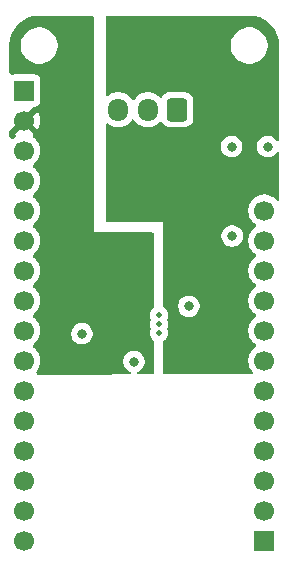
<source format=gbr>
%TF.GenerationSoftware,KiCad,Pcbnew,9.0.1+1*%
%TF.CreationDate,2025-05-19T20:13:15-04:00*%
%TF.ProjectId,lg_hvac_esp32,6c675f68-7661-4635-9f65-737033322e6b,rev?*%
%TF.SameCoordinates,Original*%
%TF.FileFunction,Copper,L3,Inr*%
%TF.FilePolarity,Positive*%
%FSLAX46Y46*%
G04 Gerber Fmt 4.6, Leading zero omitted, Abs format (unit mm)*
G04 Created by KiCad (PCBNEW 9.0.1+1) date 2025-05-19 20:13:15*
%MOMM*%
%LPD*%
G01*
G04 APERTURE LIST*
G04 Aperture macros list*
%AMRoundRect*
0 Rectangle with rounded corners*
0 $1 Rounding radius*
0 $2 $3 $4 $5 $6 $7 $8 $9 X,Y pos of 4 corners*
0 Add a 4 corners polygon primitive as box body*
4,1,4,$2,$3,$4,$5,$6,$7,$8,$9,$2,$3,0*
0 Add four circle primitives for the rounded corners*
1,1,$1+$1,$2,$3*
1,1,$1+$1,$4,$5*
1,1,$1+$1,$6,$7*
1,1,$1+$1,$8,$9*
0 Add four rect primitives between the rounded corners*
20,1,$1+$1,$2,$3,$4,$5,0*
20,1,$1+$1,$4,$5,$6,$7,0*
20,1,$1+$1,$6,$7,$8,$9,0*
20,1,$1+$1,$8,$9,$2,$3,0*%
G04 Aperture macros list end*
%TA.AperFunction,ComponentPad*%
%ADD10R,1.700000X1.700000*%
%TD*%
%TA.AperFunction,ComponentPad*%
%ADD11C,1.700000*%
%TD*%
%TA.AperFunction,ComponentPad*%
%ADD12RoundRect,0.250000X0.600000X0.725000X-0.600000X0.725000X-0.600000X-0.725000X0.600000X-0.725000X0*%
%TD*%
%TA.AperFunction,ComponentPad*%
%ADD13O,1.700000X1.950000*%
%TD*%
%TA.AperFunction,HeatsinkPad*%
%ADD14C,0.500000*%
%TD*%
%TA.AperFunction,ViaPad*%
%ADD15C,0.600000*%
%TD*%
%TA.AperFunction,ViaPad*%
%ADD16C,0.800000*%
%TD*%
%TA.AperFunction,Conductor*%
%ADD17C,0.400000*%
%TD*%
G04 APERTURE END LIST*
D10*
%TO.N,N/C*%
%TO.C,J3*%
X113110000Y-69580000D03*
D11*
X113110000Y-67040000D03*
X113110000Y-64500000D03*
X113110000Y-61960000D03*
X113110000Y-59420000D03*
X113110000Y-56880000D03*
X113110000Y-54340000D03*
X113110000Y-51800000D03*
X113110000Y-49260000D03*
X113110000Y-46720000D03*
X113110000Y-44180000D03*
X113110000Y-41640000D03*
%TD*%
D10*
%TO.N,N/C*%
%TO.C,J2*%
X92790000Y-31480000D03*
D11*
%TO.N,+3V3*%
X92790000Y-34020000D03*
%TO.N,N/C*%
X92790000Y-36560000D03*
%TO.N,GND*%
X92790000Y-39100000D03*
%TO.N,RXD*%
X92790000Y-41640000D03*
%TO.N,TXD*%
X92790000Y-44180000D03*
%TO.N,N/C*%
X92790000Y-46720000D03*
X92790000Y-49260000D03*
X92790000Y-51800000D03*
X92790000Y-54340000D03*
X92790000Y-56880000D03*
X92790000Y-59420000D03*
X92790000Y-61960000D03*
X92790000Y-64500000D03*
X92790000Y-67040000D03*
X92790000Y-69580000D03*
%TD*%
D12*
%TO.N,LINBUS*%
%TO.C,J1*%
X105750000Y-33100000D03*
D13*
%TO.N,GND*%
X103250000Y-33100000D03*
%TO.N,Net-(D1-A)*%
X100750000Y-33100000D03*
%TD*%
D14*
%TO.N,GND*%
%TO.C,U1*%
X104200000Y-50500000D03*
X104200000Y-51250000D03*
X104200000Y-52000000D03*
%TD*%
D15*
%TO.N,+12V*%
X106800000Y-51600000D03*
D16*
X102750000Y-41150000D03*
X102750000Y-40250000D03*
X113500000Y-33300000D03*
X110200000Y-33300000D03*
X108750000Y-45500000D03*
D15*
X106800000Y-53100000D03*
D16*
X110500000Y-54250000D03*
%TO.N,GND*%
X97676000Y-52074000D03*
X110400000Y-43800000D03*
X102078000Y-54428000D03*
X106725000Y-49750000D03*
X113398000Y-36224000D03*
X110350000Y-36224000D03*
D15*
%TO.N,+3V3*%
X101700000Y-49600000D03*
D16*
X95650000Y-54450000D03*
X97413500Y-45500000D03*
%TD*%
D17*
%TO.N,+3V3*%
X94020000Y-35250000D02*
X94450000Y-35250000D01*
X92790000Y-34020000D02*
X94020000Y-35250000D01*
%TD*%
%TA.AperFunction,Conductor*%
%TO.N,+12V*%
G36*
X112108880Y-42560090D02*
G01*
X112224996Y-42676206D01*
X112397991Y-42801894D01*
X112401873Y-42804273D01*
X112448748Y-42856086D01*
X112460169Y-42925016D01*
X112432512Y-42989178D01*
X112401873Y-43015727D01*
X112397991Y-43018105D01*
X112224993Y-43143796D01*
X112073796Y-43294993D01*
X111948106Y-43467990D01*
X111851027Y-43658516D01*
X111851026Y-43658519D01*
X111784951Y-43861882D01*
X111751500Y-44073084D01*
X111751500Y-44286915D01*
X111784951Y-44498117D01*
X111851026Y-44701480D01*
X111851027Y-44701483D01*
X111948106Y-44892009D01*
X112073794Y-45065004D01*
X112224996Y-45216206D01*
X112397991Y-45341894D01*
X112401873Y-45344273D01*
X112448748Y-45396086D01*
X112460169Y-45465016D01*
X112432512Y-45529178D01*
X112401873Y-45555727D01*
X112397991Y-45558105D01*
X112224993Y-45683796D01*
X112073796Y-45834993D01*
X111948106Y-46007990D01*
X111851027Y-46198516D01*
X111851026Y-46198519D01*
X111784951Y-46401882D01*
X111751500Y-46613084D01*
X111751500Y-46826915D01*
X111784951Y-47038117D01*
X111851026Y-47241480D01*
X111851027Y-47241483D01*
X111948106Y-47432009D01*
X112073794Y-47605004D01*
X112224996Y-47756206D01*
X112397991Y-47881894D01*
X112401873Y-47884273D01*
X112448748Y-47936086D01*
X112460169Y-48005016D01*
X112432512Y-48069178D01*
X112401873Y-48095727D01*
X112397991Y-48098105D01*
X112224993Y-48223796D01*
X112073796Y-48374993D01*
X111948106Y-48547990D01*
X111851027Y-48738516D01*
X111851026Y-48738519D01*
X111784951Y-48941882D01*
X111751500Y-49153084D01*
X111751500Y-49366915D01*
X111784951Y-49578117D01*
X111851026Y-49781480D01*
X111851027Y-49781483D01*
X111916936Y-49910835D01*
X111948106Y-49972009D01*
X112073794Y-50145004D01*
X112224996Y-50296206D01*
X112397991Y-50421894D01*
X112401873Y-50424273D01*
X112448748Y-50476086D01*
X112460169Y-50545016D01*
X112432512Y-50609178D01*
X112401873Y-50635727D01*
X112397991Y-50638105D01*
X112224993Y-50763796D01*
X112073796Y-50914993D01*
X111948106Y-51087990D01*
X111851027Y-51278516D01*
X111851026Y-51278519D01*
X111784951Y-51481882D01*
X111751500Y-51693084D01*
X111751500Y-51906915D01*
X111784951Y-52118117D01*
X111851026Y-52321480D01*
X111851027Y-52321483D01*
X111948106Y-52512009D01*
X112073794Y-52685004D01*
X112224996Y-52836206D01*
X112397991Y-52961894D01*
X112401873Y-52964273D01*
X112448748Y-53016086D01*
X112460169Y-53085016D01*
X112432512Y-53149178D01*
X112401873Y-53175727D01*
X112397991Y-53178105D01*
X112224993Y-53303796D01*
X112073796Y-53454993D01*
X111948106Y-53627990D01*
X111851027Y-53818516D01*
X111851026Y-53818519D01*
X111784951Y-54021882D01*
X111751500Y-54233084D01*
X111751500Y-54446915D01*
X111784951Y-54658117D01*
X111851026Y-54861480D01*
X111851027Y-54861483D01*
X111948106Y-55052009D01*
X112073794Y-55225004D01*
X112073796Y-55225006D01*
X112137109Y-55288319D01*
X112170594Y-55349642D01*
X112165610Y-55419334D01*
X112123738Y-55475267D01*
X112058274Y-55499684D01*
X112049428Y-55500000D01*
X104624000Y-55500000D01*
X104556961Y-55480315D01*
X104511206Y-55427511D01*
X104500000Y-55376000D01*
X104500000Y-52778065D01*
X104519685Y-52711026D01*
X104555110Y-52674962D01*
X104559280Y-52672175D01*
X104559284Y-52672174D01*
X104683516Y-52589165D01*
X104789165Y-52483516D01*
X104872174Y-52359284D01*
X104929351Y-52221246D01*
X104958500Y-52074706D01*
X104958500Y-51925294D01*
X104958500Y-51925291D01*
X104929352Y-51778759D01*
X104929351Y-51778758D01*
X104929351Y-51778754D01*
X104885318Y-51672450D01*
X104877850Y-51602984D01*
X104885316Y-51577554D01*
X104929351Y-51471246D01*
X104958500Y-51324706D01*
X104958500Y-51175294D01*
X104958500Y-51175291D01*
X104929352Y-51028759D01*
X104929351Y-51028758D01*
X104929351Y-51028754D01*
X104885318Y-50922450D01*
X104877850Y-50852984D01*
X104885316Y-50827554D01*
X104929351Y-50721246D01*
X104945889Y-50638105D01*
X104958500Y-50574708D01*
X104958500Y-50425291D01*
X104929352Y-50278759D01*
X104929351Y-50278758D01*
X104929351Y-50278754D01*
X104929349Y-50278749D01*
X104872177Y-50140722D01*
X104872170Y-50140709D01*
X104789165Y-50016484D01*
X104789162Y-50016480D01*
X104683516Y-49910834D01*
X104555109Y-49825036D01*
X104550018Y-49818944D01*
X104542797Y-49815647D01*
X104527933Y-49792519D01*
X104510304Y-49771424D01*
X104508352Y-49762049D01*
X104505023Y-49756869D01*
X104500000Y-49721934D01*
X104500000Y-49660516D01*
X105816500Y-49660516D01*
X105816500Y-49839483D01*
X105851411Y-50014992D01*
X105851413Y-50015000D01*
X105919896Y-50180332D01*
X105919901Y-50180342D01*
X106019321Y-50329134D01*
X106019324Y-50329138D01*
X106145861Y-50455675D01*
X106145865Y-50455678D01*
X106294657Y-50555098D01*
X106294661Y-50555100D01*
X106294664Y-50555102D01*
X106460000Y-50623587D01*
X106635516Y-50658499D01*
X106635520Y-50658500D01*
X106635521Y-50658500D01*
X106814480Y-50658500D01*
X106814481Y-50658499D01*
X106990000Y-50623587D01*
X107155336Y-50555102D01*
X107304135Y-50455678D01*
X107430678Y-50329135D01*
X107530102Y-50180336D01*
X107598587Y-50015000D01*
X107633500Y-49839479D01*
X107633500Y-49660521D01*
X107598587Y-49485000D01*
X107530102Y-49319664D01*
X107530100Y-49319661D01*
X107530098Y-49319657D01*
X107430678Y-49170865D01*
X107430675Y-49170861D01*
X107304138Y-49044324D01*
X107304134Y-49044321D01*
X107155342Y-48944901D01*
X107155332Y-48944896D01*
X106990000Y-48876413D01*
X106989992Y-48876411D01*
X106814483Y-48841500D01*
X106814479Y-48841500D01*
X106635521Y-48841500D01*
X106635516Y-48841500D01*
X106460007Y-48876411D01*
X106459999Y-48876413D01*
X106294667Y-48944896D01*
X106294657Y-48944901D01*
X106145865Y-49044321D01*
X106145861Y-49044324D01*
X106019324Y-49170861D01*
X106019321Y-49170865D01*
X105919901Y-49319657D01*
X105919896Y-49319667D01*
X105851413Y-49484999D01*
X105851411Y-49485007D01*
X105816500Y-49660516D01*
X104500000Y-49660516D01*
X104500000Y-43710516D01*
X109491500Y-43710516D01*
X109491500Y-43889483D01*
X109526411Y-44064992D01*
X109526413Y-44065000D01*
X109594896Y-44230332D01*
X109594901Y-44230342D01*
X109694321Y-44379134D01*
X109694324Y-44379138D01*
X109820861Y-44505675D01*
X109820865Y-44505678D01*
X109969657Y-44605098D01*
X109969661Y-44605100D01*
X109969664Y-44605102D01*
X110135000Y-44673587D01*
X110275229Y-44701480D01*
X110310516Y-44708499D01*
X110310520Y-44708500D01*
X110310521Y-44708500D01*
X110489480Y-44708500D01*
X110489481Y-44708499D01*
X110665000Y-44673587D01*
X110830336Y-44605102D01*
X110979135Y-44505678D01*
X111105678Y-44379135D01*
X111205102Y-44230336D01*
X111273587Y-44065000D01*
X111308500Y-43889479D01*
X111308500Y-43710521D01*
X111273587Y-43535000D01*
X111205102Y-43369664D01*
X111205100Y-43369661D01*
X111205098Y-43369657D01*
X111105678Y-43220865D01*
X111105675Y-43220861D01*
X110979138Y-43094324D01*
X110979134Y-43094321D01*
X110830342Y-42994901D01*
X110830332Y-42994896D01*
X110665000Y-42926413D01*
X110664992Y-42926411D01*
X110489483Y-42891500D01*
X110489479Y-42891500D01*
X110310521Y-42891500D01*
X110310516Y-42891500D01*
X110135007Y-42926411D01*
X110134999Y-42926413D01*
X109969667Y-42994896D01*
X109969657Y-42994901D01*
X109820865Y-43094321D01*
X109820861Y-43094324D01*
X109694324Y-43220861D01*
X109694321Y-43220865D01*
X109594901Y-43369657D01*
X109594896Y-43369667D01*
X109526413Y-43534999D01*
X109526411Y-43535007D01*
X109491500Y-43710516D01*
X104500000Y-43710516D01*
X104500000Y-42600000D01*
X104500000Y-42482051D01*
X112108880Y-42560090D01*
G37*
%TD.AperFunction*%
%TD*%
%TA.AperFunction,Conductor*%
%TO.N,+12V*%
G36*
X111843471Y-25130695D02*
G01*
X111860477Y-25131650D01*
X112093772Y-25144751D01*
X112101700Y-25145454D01*
X112157220Y-25152195D01*
X112163006Y-25153038D01*
X112381284Y-25190125D01*
X112390124Y-25191963D01*
X112438416Y-25203866D01*
X112442958Y-25205079D01*
X112662542Y-25268340D01*
X112672149Y-25271540D01*
X112692692Y-25279331D01*
X112706555Y-25284589D01*
X112710021Y-25285963D01*
X112933563Y-25378558D01*
X112943723Y-25383317D01*
X112952957Y-25388163D01*
X112955280Y-25389414D01*
X113052221Y-25442991D01*
X113184999Y-25516375D01*
X113196773Y-25523773D01*
X113417671Y-25680508D01*
X113428543Y-25689178D01*
X113630505Y-25869661D01*
X113640338Y-25879494D01*
X113820821Y-26081456D01*
X113829491Y-26092328D01*
X113986226Y-26313226D01*
X113993624Y-26325000D01*
X114120565Y-26554682D01*
X114121835Y-26557041D01*
X114126681Y-26566275D01*
X114131444Y-26576444D01*
X114224029Y-26799963D01*
X114225409Y-26803443D01*
X114238454Y-26837838D01*
X114241667Y-26847484D01*
X114304905Y-27066991D01*
X114306148Y-27071642D01*
X114318027Y-27119836D01*
X114319878Y-27128742D01*
X114356958Y-27346983D01*
X114357806Y-27352805D01*
X114364540Y-27408260D01*
X114365249Y-27416255D01*
X114379305Y-27666527D01*
X114379500Y-27673480D01*
X114379500Y-35648888D01*
X114359815Y-35715927D01*
X114307011Y-35761682D01*
X114237853Y-35771626D01*
X114174297Y-35742601D01*
X114152398Y-35717779D01*
X114103678Y-35644865D01*
X114103675Y-35644861D01*
X113977138Y-35518324D01*
X113977134Y-35518321D01*
X113828342Y-35418901D01*
X113828332Y-35418896D01*
X113663000Y-35350413D01*
X113662992Y-35350411D01*
X113487483Y-35315500D01*
X113487479Y-35315500D01*
X113308521Y-35315500D01*
X113308516Y-35315500D01*
X113133007Y-35350411D01*
X113132999Y-35350413D01*
X112967667Y-35418896D01*
X112967657Y-35418901D01*
X112818865Y-35518321D01*
X112818861Y-35518324D01*
X112692324Y-35644861D01*
X112692321Y-35644865D01*
X112592901Y-35793657D01*
X112592896Y-35793667D01*
X112524413Y-35958999D01*
X112524411Y-35959007D01*
X112489500Y-36134516D01*
X112489500Y-36313483D01*
X112524411Y-36488992D01*
X112524413Y-36489000D01*
X112592896Y-36654332D01*
X112592901Y-36654342D01*
X112692321Y-36803134D01*
X112692324Y-36803138D01*
X112818861Y-36929675D01*
X112818865Y-36929678D01*
X112967657Y-37029098D01*
X112967661Y-37029100D01*
X112967664Y-37029102D01*
X113133000Y-37097587D01*
X113308516Y-37132499D01*
X113308520Y-37132500D01*
X113308521Y-37132500D01*
X113487480Y-37132500D01*
X113487481Y-37132499D01*
X113663000Y-37097587D01*
X113828336Y-37029102D01*
X113977135Y-36929678D01*
X114103678Y-36803135D01*
X114152397Y-36730220D01*
X114206009Y-36685415D01*
X114275334Y-36676708D01*
X114338362Y-36706862D01*
X114375082Y-36766305D01*
X114379500Y-36799111D01*
X114379500Y-40694465D01*
X114359815Y-40761504D01*
X114307011Y-40807259D01*
X114237853Y-40817203D01*
X114174297Y-40788178D01*
X114155183Y-40767351D01*
X114146210Y-40755002D01*
X114146206Y-40754996D01*
X113995004Y-40603794D01*
X113822009Y-40478106D01*
X113631483Y-40381027D01*
X113631480Y-40381026D01*
X113428117Y-40314951D01*
X113322516Y-40298225D01*
X113216916Y-40281500D01*
X113003084Y-40281500D01*
X112932684Y-40292650D01*
X112791882Y-40314951D01*
X112588519Y-40381026D01*
X112588516Y-40381027D01*
X112397990Y-40478106D01*
X112224993Y-40603796D01*
X112073796Y-40754993D01*
X111948106Y-40927990D01*
X111851027Y-41118516D01*
X111851026Y-41118519D01*
X111784951Y-41321882D01*
X111751500Y-41533084D01*
X111751500Y-41746915D01*
X111784951Y-41958117D01*
X111851026Y-42161480D01*
X111851027Y-42161483D01*
X111948106Y-42352009D01*
X112073794Y-42525004D01*
X112073796Y-42525006D01*
X112108880Y-42560090D01*
X104500000Y-42482051D01*
X104500000Y-42600000D01*
X99824000Y-42600000D01*
X99756961Y-42580315D01*
X99711206Y-42527511D01*
X99700000Y-42476000D01*
X99700000Y-36134516D01*
X109441500Y-36134516D01*
X109441500Y-36313483D01*
X109476411Y-36488992D01*
X109476413Y-36489000D01*
X109544896Y-36654332D01*
X109544901Y-36654342D01*
X109644321Y-36803134D01*
X109644324Y-36803138D01*
X109770861Y-36929675D01*
X109770865Y-36929678D01*
X109919657Y-37029098D01*
X109919661Y-37029100D01*
X109919664Y-37029102D01*
X110085000Y-37097587D01*
X110260516Y-37132499D01*
X110260520Y-37132500D01*
X110260521Y-37132500D01*
X110439480Y-37132500D01*
X110439481Y-37132499D01*
X110615000Y-37097587D01*
X110780336Y-37029102D01*
X110929135Y-36929678D01*
X111055678Y-36803135D01*
X111155102Y-36654336D01*
X111223587Y-36489000D01*
X111258500Y-36313479D01*
X111258500Y-36134521D01*
X111223587Y-35959000D01*
X111155102Y-35793664D01*
X111155100Y-35793661D01*
X111155098Y-35793657D01*
X111055678Y-35644865D01*
X111055675Y-35644861D01*
X110929138Y-35518324D01*
X110929134Y-35518321D01*
X110780342Y-35418901D01*
X110780332Y-35418896D01*
X110615000Y-35350413D01*
X110614992Y-35350411D01*
X110439483Y-35315500D01*
X110439479Y-35315500D01*
X110260521Y-35315500D01*
X110260516Y-35315500D01*
X110085007Y-35350411D01*
X110084999Y-35350413D01*
X109919667Y-35418896D01*
X109919657Y-35418901D01*
X109770865Y-35518321D01*
X109770861Y-35518324D01*
X109644324Y-35644861D01*
X109644321Y-35644865D01*
X109544901Y-35793657D01*
X109544896Y-35793667D01*
X109476413Y-35958999D01*
X109476411Y-35959007D01*
X109441500Y-36134516D01*
X99700000Y-36134516D01*
X99700000Y-34384692D01*
X99719685Y-34317653D01*
X99772489Y-34271898D01*
X99841647Y-34261954D01*
X99896881Y-34284372D01*
X100037991Y-34386894D01*
X100131438Y-34434507D01*
X100228516Y-34483972D01*
X100228519Y-34483973D01*
X100330200Y-34517010D01*
X100431884Y-34550049D01*
X100643084Y-34583500D01*
X100643085Y-34583500D01*
X100856915Y-34583500D01*
X100856916Y-34583500D01*
X101068116Y-34550049D01*
X101271483Y-34483972D01*
X101462009Y-34386894D01*
X101635004Y-34261206D01*
X101786206Y-34110004D01*
X101881076Y-33979427D01*
X101899682Y-33953818D01*
X101955012Y-33911152D01*
X102024625Y-33905173D01*
X102086420Y-33937779D01*
X102100318Y-33953818D01*
X102118924Y-33979427D01*
X102213794Y-34110004D01*
X102364996Y-34261206D01*
X102537991Y-34386894D01*
X102631438Y-34434507D01*
X102728516Y-34483972D01*
X102728519Y-34483973D01*
X102830200Y-34517010D01*
X102931884Y-34550049D01*
X103143084Y-34583500D01*
X103143085Y-34583500D01*
X103356915Y-34583500D01*
X103356916Y-34583500D01*
X103568116Y-34550049D01*
X103771483Y-34483972D01*
X103962009Y-34386894D01*
X104135004Y-34261206D01*
X104267106Y-34129103D01*
X104328425Y-34095621D01*
X104398117Y-34100605D01*
X104454051Y-34142476D01*
X104460322Y-34151690D01*
X104550967Y-34298648D01*
X104550970Y-34298652D01*
X104676348Y-34424030D01*
X104827262Y-34517115D01*
X104995574Y-34572887D01*
X105099455Y-34583500D01*
X106400544Y-34583499D01*
X106504426Y-34572887D01*
X106672738Y-34517115D01*
X106823652Y-34424030D01*
X106949030Y-34298652D01*
X107042115Y-34147738D01*
X107097887Y-33979426D01*
X107108500Y-33875545D01*
X107108499Y-32324456D01*
X107097887Y-32220574D01*
X107042115Y-32052262D01*
X106949030Y-31901348D01*
X106823652Y-31775970D01*
X106672738Y-31682885D01*
X106573348Y-31649951D01*
X106504427Y-31627113D01*
X106400545Y-31616500D01*
X105099462Y-31616500D01*
X105099446Y-31616501D01*
X104995572Y-31627113D01*
X104827264Y-31682884D01*
X104827259Y-31682886D01*
X104676346Y-31775971D01*
X104550970Y-31901347D01*
X104550967Y-31901351D01*
X104460322Y-32048309D01*
X104408374Y-32095034D01*
X104339412Y-32106255D01*
X104275330Y-32078412D01*
X104267103Y-32070893D01*
X104135006Y-31938796D01*
X104135004Y-31938794D01*
X103962009Y-31813106D01*
X103889126Y-31775970D01*
X103771483Y-31716027D01*
X103771480Y-31716026D01*
X103568117Y-31649951D01*
X103423923Y-31627113D01*
X103356916Y-31616500D01*
X103143084Y-31616500D01*
X103076077Y-31627113D01*
X102931882Y-31649951D01*
X102728519Y-31716026D01*
X102728516Y-31716027D01*
X102537990Y-31813106D01*
X102364993Y-31938796D01*
X102213796Y-32089993D01*
X102213796Y-32089994D01*
X102213794Y-32089996D01*
X102150365Y-32177297D01*
X102100318Y-32246182D01*
X102044988Y-32288847D01*
X101975374Y-32294826D01*
X101913579Y-32262220D01*
X101899682Y-32246182D01*
X101874930Y-32212115D01*
X101786206Y-32089996D01*
X101635004Y-31938794D01*
X101462009Y-31813106D01*
X101389126Y-31775970D01*
X101271483Y-31716027D01*
X101271480Y-31716026D01*
X101068117Y-31649951D01*
X100923923Y-31627113D01*
X100856916Y-31616500D01*
X100643084Y-31616500D01*
X100576077Y-31627113D01*
X100431882Y-31649951D01*
X100228519Y-31716026D01*
X100228516Y-31716027D01*
X100037987Y-31813108D01*
X99896885Y-31915625D01*
X99831079Y-31939105D01*
X99763025Y-31923280D01*
X99714330Y-31873174D01*
X99700000Y-31815307D01*
X99700000Y-27547973D01*
X110289500Y-27547973D01*
X110289500Y-27792026D01*
X110327678Y-28033072D01*
X110403097Y-28265187D01*
X110513896Y-28482642D01*
X110657339Y-28680076D01*
X110657343Y-28680081D01*
X110829918Y-28852656D01*
X110829923Y-28852660D01*
X111002136Y-28977779D01*
X111027361Y-28996106D01*
X111244815Y-29106904D01*
X111476924Y-29182321D01*
X111717973Y-29220500D01*
X111717974Y-29220500D01*
X111962026Y-29220500D01*
X111962027Y-29220500D01*
X112203076Y-29182321D01*
X112435185Y-29106904D01*
X112652639Y-28996106D01*
X112850083Y-28852655D01*
X113022655Y-28680083D01*
X113166106Y-28482639D01*
X113276904Y-28265185D01*
X113352321Y-28033076D01*
X113390500Y-27792027D01*
X113390500Y-27547973D01*
X113352321Y-27306924D01*
X113276904Y-27074815D01*
X113166106Y-26857361D01*
X113147140Y-26831256D01*
X113022660Y-26659923D01*
X113022656Y-26659918D01*
X112850081Y-26487343D01*
X112850076Y-26487339D01*
X112652642Y-26343896D01*
X112652641Y-26343895D01*
X112652639Y-26343894D01*
X112435185Y-26233096D01*
X112203076Y-26157679D01*
X112203074Y-26157678D01*
X112203072Y-26157678D01*
X112034769Y-26131021D01*
X111962027Y-26119500D01*
X111717973Y-26119500D01*
X111662093Y-26128350D01*
X111476927Y-26157678D01*
X111244812Y-26233097D01*
X111027357Y-26343896D01*
X110829923Y-26487339D01*
X110829918Y-26487343D01*
X110657343Y-26659918D01*
X110657339Y-26659923D01*
X110513896Y-26857357D01*
X110403097Y-27074812D01*
X110327678Y-27306927D01*
X110289500Y-27547973D01*
X99700000Y-27547973D01*
X99700000Y-25254500D01*
X99719685Y-25187461D01*
X99772489Y-25141706D01*
X99824000Y-25130500D01*
X111836519Y-25130500D01*
X111843471Y-25130695D01*
G37*
%TD.AperFunction*%
%TD*%
%TA.AperFunction,Conductor*%
%TO.N,+3V3*%
G36*
X103693039Y-43519685D02*
G01*
X103738794Y-43572489D01*
X103750000Y-43624000D01*
X103750000Y-49825956D01*
X103730315Y-49892995D01*
X103713681Y-49913637D01*
X103610837Y-50016480D01*
X103610834Y-50016484D01*
X103527829Y-50140709D01*
X103527822Y-50140722D01*
X103470650Y-50278749D01*
X103470647Y-50278759D01*
X103441500Y-50425291D01*
X103441500Y-50425294D01*
X103441500Y-50574706D01*
X103441500Y-50574708D01*
X103441499Y-50574708D01*
X103470647Y-50721240D01*
X103470650Y-50721250D01*
X103514680Y-50827548D01*
X103522149Y-50897017D01*
X103514680Y-50922452D01*
X103470650Y-51028749D01*
X103470647Y-51028759D01*
X103441500Y-51175291D01*
X103441500Y-51175294D01*
X103441500Y-51324706D01*
X103441500Y-51324708D01*
X103441499Y-51324708D01*
X103470647Y-51471240D01*
X103470650Y-51471250D01*
X103514680Y-51577548D01*
X103522149Y-51647017D01*
X103514680Y-51672452D01*
X103470650Y-51778749D01*
X103470647Y-51778759D01*
X103441500Y-51925291D01*
X103441500Y-51925294D01*
X103441500Y-52074706D01*
X103441500Y-52074708D01*
X103441499Y-52074708D01*
X103470647Y-52221240D01*
X103470650Y-52221250D01*
X103527822Y-52359277D01*
X103527829Y-52359290D01*
X103610833Y-52483514D01*
X103610834Y-52483515D01*
X103610835Y-52483516D01*
X103713682Y-52586363D01*
X103747166Y-52647684D01*
X103750000Y-52674043D01*
X103750000Y-55385253D01*
X103730315Y-55452292D01*
X103677511Y-55498047D01*
X103626612Y-55509251D01*
X102451643Y-55515053D01*
X102384507Y-55495700D01*
X102338492Y-55443123D01*
X102328207Y-55374014D01*
X102356918Y-55310316D01*
X102403579Y-55276494D01*
X102508329Y-55233105D01*
X102508329Y-55233104D01*
X102508336Y-55233102D01*
X102657135Y-55133678D01*
X102783678Y-55007135D01*
X102883102Y-54858336D01*
X102951587Y-54693000D01*
X102986500Y-54517479D01*
X102986500Y-54338521D01*
X102951587Y-54163000D01*
X102883102Y-53997664D01*
X102883100Y-53997661D01*
X102883098Y-53997657D01*
X102783678Y-53848865D01*
X102783675Y-53848861D01*
X102657138Y-53722324D01*
X102657134Y-53722321D01*
X102508342Y-53622901D01*
X102508332Y-53622896D01*
X102343000Y-53554413D01*
X102342992Y-53554411D01*
X102167483Y-53519500D01*
X102167479Y-53519500D01*
X101988521Y-53519500D01*
X101988516Y-53519500D01*
X101813007Y-53554411D01*
X101812999Y-53554413D01*
X101647667Y-53622896D01*
X101647657Y-53622901D01*
X101498865Y-53722321D01*
X101498861Y-53722324D01*
X101372324Y-53848861D01*
X101372321Y-53848865D01*
X101272901Y-53997657D01*
X101272896Y-53997667D01*
X101204413Y-54162999D01*
X101204411Y-54163007D01*
X101169500Y-54338516D01*
X101169500Y-54517483D01*
X101204411Y-54692992D01*
X101204413Y-54693000D01*
X101272896Y-54858332D01*
X101272901Y-54858342D01*
X101372321Y-55007134D01*
X101372324Y-55007138D01*
X101498861Y-55133675D01*
X101498865Y-55133678D01*
X101647657Y-55233098D01*
X101647661Y-55233100D01*
X101647664Y-55233102D01*
X101752421Y-55276494D01*
X101761211Y-55280135D01*
X101815614Y-55323976D01*
X101837679Y-55390270D01*
X101820400Y-55457970D01*
X101769262Y-55505580D01*
X101714370Y-55518694D01*
X98666633Y-55533744D01*
X98666625Y-55533744D01*
X98650000Y-55533827D01*
X98650000Y-43500000D01*
X98700000Y-43500000D01*
X103626000Y-43500000D01*
X103693039Y-43519685D01*
G37*
%TD.AperFunction*%
%TD*%
%TA.AperFunction,Conductor*%
%TO.N,+3V3*%
G36*
X98546288Y-25149454D02*
G01*
X98627070Y-25203430D01*
X98681046Y-25284212D01*
X98700000Y-25379500D01*
X98700000Y-43500000D01*
X98650000Y-43500000D01*
X98650000Y-55533826D01*
X98606823Y-55534040D01*
X98595601Y-55536329D01*
X94066168Y-55569879D01*
X93970742Y-55551631D01*
X93889563Y-55498255D01*
X93834990Y-55417875D01*
X93815331Y-55322730D01*
X93833579Y-55227304D01*
X93862876Y-55174530D01*
X93951894Y-55052009D01*
X94048972Y-54861483D01*
X94115049Y-54658116D01*
X94148500Y-54446916D01*
X94148500Y-54233084D01*
X94148499Y-54233081D01*
X94148499Y-54233074D01*
X94115051Y-54021894D01*
X94115050Y-54021892D01*
X94115049Y-54021884D01*
X94048972Y-53818517D01*
X93951894Y-53627991D01*
X93826206Y-53454996D01*
X93675004Y-53303794D01*
X93630478Y-53271444D01*
X93564531Y-53200103D01*
X93530904Y-53108953D01*
X93534718Y-53011873D01*
X93575392Y-52923642D01*
X93630478Y-52868555D01*
X93675004Y-52836206D01*
X93826206Y-52685004D01*
X93951894Y-52512009D01*
X94048972Y-52321483D01*
X94115049Y-52118116D01*
X94115051Y-52118105D01*
X94136209Y-51984522D01*
X96767500Y-51984522D01*
X96767500Y-52163477D01*
X96802413Y-52339001D01*
X96870895Y-52504331D01*
X96870898Y-52504336D01*
X96970322Y-52653135D01*
X97096865Y-52779678D01*
X97245664Y-52879102D01*
X97245666Y-52879102D01*
X97245668Y-52879104D01*
X97353192Y-52923642D01*
X97411000Y-52947587D01*
X97586521Y-52982500D01*
X97586523Y-52982500D01*
X97765477Y-52982500D01*
X97765479Y-52982500D01*
X97941000Y-52947587D01*
X98106336Y-52879102D01*
X98255135Y-52779678D01*
X98381678Y-52653135D01*
X98481102Y-52504336D01*
X98549587Y-52339000D01*
X98584500Y-52163479D01*
X98584500Y-51984521D01*
X98549587Y-51809000D01*
X98526758Y-51753888D01*
X98481104Y-51643668D01*
X98481101Y-51643663D01*
X98381680Y-51494868D01*
X98381678Y-51494865D01*
X98255135Y-51368322D01*
X98106336Y-51268898D01*
X98106331Y-51268895D01*
X97941001Y-51200413D01*
X97882493Y-51188775D01*
X97765479Y-51165500D01*
X97586521Y-51165500D01*
X97498760Y-51182956D01*
X97410998Y-51200413D01*
X97245668Y-51268895D01*
X97245663Y-51268898D01*
X97096868Y-51368319D01*
X96970319Y-51494868D01*
X96870898Y-51643663D01*
X96870895Y-51643668D01*
X96802413Y-51808998D01*
X96767500Y-51984522D01*
X94136209Y-51984522D01*
X94144316Y-51933336D01*
X94144316Y-51933335D01*
X94148498Y-51906927D01*
X94148500Y-51906913D01*
X94148500Y-51693086D01*
X94148499Y-51693074D01*
X94115051Y-51481894D01*
X94115050Y-51481892D01*
X94115049Y-51481884D01*
X94048972Y-51278517D01*
X93951894Y-51087991D01*
X93826206Y-50914996D01*
X93675004Y-50763794D01*
X93630478Y-50731444D01*
X93564531Y-50660103D01*
X93530904Y-50568953D01*
X93534718Y-50471873D01*
X93575392Y-50383642D01*
X93630478Y-50328555D01*
X93675004Y-50296206D01*
X93826206Y-50145004D01*
X93951894Y-49972009D01*
X94048972Y-49781483D01*
X94115049Y-49578116D01*
X94148500Y-49366916D01*
X94148500Y-49153084D01*
X94148499Y-49153081D01*
X94148499Y-49153074D01*
X94115051Y-48941894D01*
X94115050Y-48941892D01*
X94115049Y-48941884D01*
X94048972Y-48738517D01*
X93951894Y-48547991D01*
X93826206Y-48374996D01*
X93675004Y-48223794D01*
X93630478Y-48191444D01*
X93564531Y-48120103D01*
X93530904Y-48028953D01*
X93534718Y-47931873D01*
X93575392Y-47843642D01*
X93630478Y-47788555D01*
X93675004Y-47756206D01*
X93826206Y-47605004D01*
X93951894Y-47432009D01*
X94048972Y-47241483D01*
X94115049Y-47038116D01*
X94148500Y-46826916D01*
X94148500Y-46613084D01*
X94148499Y-46613081D01*
X94148499Y-46613074D01*
X94115051Y-46401894D01*
X94115050Y-46401892D01*
X94115049Y-46401884D01*
X94048972Y-46198517D01*
X93951894Y-46007991D01*
X93826206Y-45834996D01*
X93675004Y-45683794D01*
X93630478Y-45651444D01*
X93564531Y-45580103D01*
X93530904Y-45488953D01*
X93534718Y-45391873D01*
X93575392Y-45303642D01*
X93630478Y-45248555D01*
X93675004Y-45216206D01*
X93826206Y-45065004D01*
X93951894Y-44892009D01*
X94048972Y-44701483D01*
X94115049Y-44498116D01*
X94148500Y-44286916D01*
X94148500Y-44073084D01*
X94148499Y-44073081D01*
X94148499Y-44073074D01*
X94115051Y-43861894D01*
X94115050Y-43861892D01*
X94115049Y-43861884D01*
X94048972Y-43658517D01*
X93951894Y-43467991D01*
X93826206Y-43294996D01*
X93675004Y-43143794D01*
X93630478Y-43111444D01*
X93564531Y-43040103D01*
X93530904Y-42948953D01*
X93534718Y-42851873D01*
X93575392Y-42763642D01*
X93630478Y-42708555D01*
X93675004Y-42676206D01*
X93826206Y-42525004D01*
X93951894Y-42352009D01*
X94048972Y-42161483D01*
X94115049Y-41958116D01*
X94148500Y-41746916D01*
X94148500Y-41533084D01*
X94148499Y-41533081D01*
X94148499Y-41533074D01*
X94115051Y-41321894D01*
X94115050Y-41321892D01*
X94115049Y-41321884D01*
X94048972Y-41118517D01*
X93951894Y-40927991D01*
X93826206Y-40754996D01*
X93675004Y-40603794D01*
X93630478Y-40571444D01*
X93564531Y-40500103D01*
X93530904Y-40408953D01*
X93534718Y-40311873D01*
X93575392Y-40223642D01*
X93630478Y-40168555D01*
X93675004Y-40136206D01*
X93826206Y-39985004D01*
X93951894Y-39812009D01*
X94048972Y-39621483D01*
X94115049Y-39418116D01*
X94148500Y-39206916D01*
X94148500Y-38993084D01*
X94148499Y-38993081D01*
X94148499Y-38993074D01*
X94115051Y-38781894D01*
X94115050Y-38781892D01*
X94115049Y-38781884D01*
X94048972Y-38578517D01*
X93951894Y-38387991D01*
X93826206Y-38214996D01*
X93675004Y-38063794D01*
X93630478Y-38031444D01*
X93564531Y-37960103D01*
X93530904Y-37868953D01*
X93534718Y-37771873D01*
X93575392Y-37683642D01*
X93630478Y-37628555D01*
X93675004Y-37596206D01*
X93826206Y-37445004D01*
X93951894Y-37272009D01*
X94048972Y-37081483D01*
X94115049Y-36878116D01*
X94148500Y-36666916D01*
X94148500Y-36453084D01*
X94148499Y-36453081D01*
X94148499Y-36453074D01*
X94115051Y-36241894D01*
X94115050Y-36241892D01*
X94115049Y-36241884D01*
X94048972Y-36038517D01*
X93951894Y-35847991D01*
X93826206Y-35674996D01*
X93675004Y-35523794D01*
X93623244Y-35486188D01*
X93557297Y-35414846D01*
X93523670Y-35323696D01*
X93527484Y-35226616D01*
X93548036Y-35182034D01*
X93551716Y-35135270D01*
X92919408Y-34502962D01*
X92982993Y-34485925D01*
X93097007Y-34420099D01*
X93190099Y-34327007D01*
X93255925Y-34212993D01*
X93272962Y-34149408D01*
X93905270Y-34781716D01*
X93944624Y-34727551D01*
X94041091Y-34538224D01*
X94041095Y-34538215D01*
X94106758Y-34336123D01*
X94139999Y-34126256D01*
X94140000Y-34126244D01*
X94140000Y-33913755D01*
X94139999Y-33913743D01*
X94106758Y-33703876D01*
X94041095Y-33501784D01*
X94041091Y-33501774D01*
X93944624Y-33312448D01*
X93905149Y-33258115D01*
X93902624Y-33260927D01*
X93272962Y-33890589D01*
X93255925Y-33827007D01*
X93190099Y-33712993D01*
X93097007Y-33619901D01*
X92982993Y-33554075D01*
X92919408Y-33537037D01*
X93547317Y-32909129D01*
X93576838Y-32889403D01*
X93604087Y-32866638D01*
X93616919Y-32862622D01*
X93628099Y-32855152D01*
X93696803Y-32837622D01*
X93699975Y-32837281D01*
X93795473Y-32845841D01*
X93812237Y-32824577D01*
X93870912Y-32790046D01*
X93870573Y-32789425D01*
X93886201Y-32780890D01*
X93886200Y-32780890D01*
X93886204Y-32780889D01*
X94003261Y-32693261D01*
X94090889Y-32576204D01*
X94141989Y-32439201D01*
X94148500Y-32378638D01*
X94148500Y-30581362D01*
X94141989Y-30520799D01*
X94141988Y-30520796D01*
X94141988Y-30520794D01*
X94090889Y-30383796D01*
X94003263Y-30266742D01*
X94003261Y-30266739D01*
X93886204Y-30179111D01*
X93886203Y-30179110D01*
X93749203Y-30128011D01*
X93688642Y-30121500D01*
X93688638Y-30121500D01*
X91891362Y-30121500D01*
X91891357Y-30121500D01*
X91830797Y-30128011D01*
X91826752Y-30128967D01*
X91819501Y-30129225D01*
X91815312Y-30129676D01*
X91815279Y-30129376D01*
X91729659Y-30132430D01*
X91638631Y-30098474D01*
X91567527Y-30032267D01*
X91527171Y-29943890D01*
X91520500Y-29886638D01*
X91520500Y-27676981D01*
X91520892Y-27663020D01*
X91527353Y-27547973D01*
X91527354Y-27547963D01*
X92509500Y-27547963D01*
X92509500Y-27792036D01*
X92547678Y-28033073D01*
X92547679Y-28033076D01*
X92623096Y-28265185D01*
X92733894Y-28482639D01*
X92877345Y-28680083D01*
X93049917Y-28852655D01*
X93247361Y-28996106D01*
X93464815Y-29106904D01*
X93696924Y-29182321D01*
X93781703Y-29195748D01*
X93937963Y-29220499D01*
X93937970Y-29220499D01*
X93937973Y-29220500D01*
X93937976Y-29220500D01*
X94182024Y-29220500D01*
X94182027Y-29220500D01*
X94182030Y-29220499D01*
X94182036Y-29220499D01*
X94295906Y-29202462D01*
X94423076Y-29182321D01*
X94655185Y-29106904D01*
X94872639Y-28996106D01*
X95070083Y-28852655D01*
X95242655Y-28680083D01*
X95386106Y-28482639D01*
X95496904Y-28265185D01*
X95572321Y-28033076D01*
X95610500Y-27792027D01*
X95610500Y-27547973D01*
X95610499Y-27547970D01*
X95610499Y-27547963D01*
X95572321Y-27306926D01*
X95572321Y-27306924D01*
X95496904Y-27074815D01*
X95386106Y-26857361D01*
X95242655Y-26659917D01*
X95070083Y-26487345D01*
X94872639Y-26343894D01*
X94655185Y-26233096D01*
X94655182Y-26233095D01*
X94655180Y-26233094D01*
X94423073Y-26157678D01*
X94182036Y-26119500D01*
X94182027Y-26119500D01*
X93937973Y-26119500D01*
X93937963Y-26119500D01*
X93696926Y-26157678D01*
X93464819Y-26233094D01*
X93247359Y-26343895D01*
X93049919Y-26487343D01*
X92877343Y-26659919D01*
X92733895Y-26857359D01*
X92623094Y-27074819D01*
X92547678Y-27306926D01*
X92509500Y-27547963D01*
X91527354Y-27547963D01*
X91534523Y-27420288D01*
X91535942Y-27404277D01*
X91541839Y-27355712D01*
X91543533Y-27344080D01*
X91579360Y-27133217D01*
X91583057Y-27115434D01*
X91593295Y-27073899D01*
X91595742Y-27064742D01*
X91656920Y-26852387D01*
X91663360Y-26833051D01*
X91673917Y-26805214D01*
X91676687Y-26798231D01*
X91766397Y-26581653D01*
X91775939Y-26561278D01*
X91777590Y-26558134D01*
X91780008Y-26553644D01*
X91902991Y-26331122D01*
X91917823Y-26307518D01*
X92066455Y-26098040D01*
X92083848Y-26076230D01*
X92254999Y-25884711D01*
X92274711Y-25864999D01*
X92466230Y-25693848D01*
X92488040Y-25676455D01*
X92697518Y-25527823D01*
X92721122Y-25512991D01*
X92943644Y-25390008D01*
X92948134Y-25387590D01*
X92951278Y-25385939D01*
X92971653Y-25376397D01*
X93188259Y-25286675D01*
X93195216Y-25283917D01*
X93223051Y-25273360D01*
X93242387Y-25266920D01*
X93454742Y-25205742D01*
X93463899Y-25203295D01*
X93505434Y-25193057D01*
X93523217Y-25189360D01*
X93734080Y-25153533D01*
X93745712Y-25151839D01*
X93794277Y-25145942D01*
X93810288Y-25144523D01*
X94029034Y-25132238D01*
X94053021Y-25130892D01*
X94066982Y-25130500D01*
X98451000Y-25130500D01*
X98546288Y-25149454D01*
G37*
%TD.AperFunction*%
%TA.AperFunction,Conductor*%
G36*
X92324075Y-34212993D02*
G01*
X92389901Y-34327007D01*
X92482993Y-34420099D01*
X92597007Y-34485925D01*
X92660589Y-34502962D01*
X92036569Y-35126983D01*
X92056017Y-35243881D01*
X92052958Y-35340988D01*
X92012970Y-35429532D01*
X91956753Y-35486189D01*
X91915860Y-35515900D01*
X91827630Y-35556576D01*
X91730550Y-35560391D01*
X91639400Y-35526764D01*
X91568056Y-35460816D01*
X91527380Y-35372586D01*
X91520500Y-35314456D01*
X91520500Y-35038945D01*
X91526040Y-35011089D01*
X91526935Y-34982702D01*
X91535428Y-34963895D01*
X91539454Y-34943657D01*
X91555234Y-34920039D01*
X91566923Y-34894158D01*
X91581963Y-34880036D01*
X91593430Y-34862875D01*
X91593854Y-34862591D01*
X92307037Y-34149408D01*
X92324075Y-34212993D01*
G37*
%TD.AperFunction*%
%TD*%
M02*

</source>
